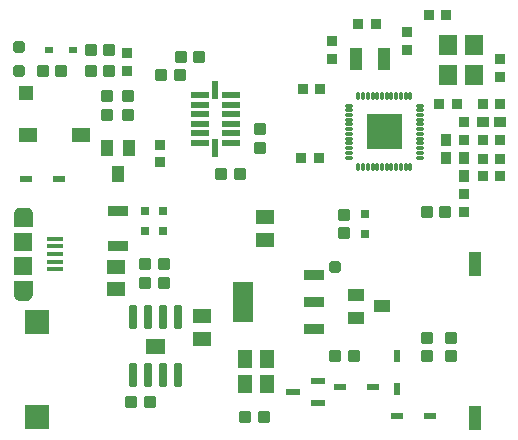
<source format=gbr>
G04*
G04 #@! TF.GenerationSoftware,Altium Limited,Altium Designer,24.8.2 (39)*
G04*
G04 Layer_Color=8421504*
%FSLAX44Y44*%
%MOMM*%
G71*
G04*
G04 #@! TF.SameCoordinates,090D7C54-D181-4F83-8BE1-2E2D76EF1379*
G04*
G04*
G04 #@! TF.FilePolarity,Positive*
G04*
G01*
G75*
G04:AMPARAMS|DCode=14|XSize=1.97mm|YSize=0.6mm|CornerRadius=0.075mm|HoleSize=0mm|Usage=FLASHONLY|Rotation=90.000|XOffset=0mm|YOffset=0mm|HoleType=Round|Shape=RoundedRectangle|*
%AMROUNDEDRECTD14*
21,1,1.9700,0.4500,0,0,90.0*
21,1,1.8200,0.6000,0,0,90.0*
1,1,0.1500,0.2250,0.9100*
1,1,0.1500,0.2250,-0.9100*
1,1,0.1500,-0.2250,-0.9100*
1,1,0.1500,-0.2250,0.9100*
%
%ADD14ROUNDEDRECTD14*%
%ADD15O,0.8000X0.3000*%
%ADD16O,0.3000X0.8000*%
%ADD17R,0.9700X0.9400*%
%ADD18R,0.9700X1.0000*%
%ADD19R,0.9400X0.9700*%
G04:AMPARAMS|DCode=20|XSize=0.94mm|YSize=1.02mm|CornerRadius=0.094mm|HoleSize=0mm|Usage=FLASHONLY|Rotation=270.000|XOffset=0mm|YOffset=0mm|HoleType=Round|Shape=RoundedRectangle|*
%AMROUNDEDRECTD20*
21,1,0.9400,0.8320,0,0,270.0*
21,1,0.7520,1.0200,0,0,270.0*
1,1,0.1880,-0.4160,-0.3760*
1,1,0.1880,-0.4160,0.3760*
1,1,0.1880,0.4160,0.3760*
1,1,0.1880,0.4160,-0.3760*
%
%ADD20ROUNDEDRECTD20*%
%ADD21R,0.8000X0.8000*%
G04:AMPARAMS|DCode=22|XSize=0.94mm|YSize=1.02mm|CornerRadius=0.094mm|HoleSize=0mm|Usage=FLASHONLY|Rotation=0.000|XOffset=0mm|YOffset=0mm|HoleType=Round|Shape=RoundedRectangle|*
%AMROUNDEDRECTD22*
21,1,0.9400,0.8320,0,0,0.0*
21,1,0.7520,1.0200,0,0,0.0*
1,1,0.1880,0.3760,-0.4160*
1,1,0.1880,-0.3760,-0.4160*
1,1,0.1880,-0.3760,0.4160*
1,1,0.1880,0.3760,0.4160*
%
%ADD22ROUNDEDRECTD22*%
%ADD23R,1.5000X1.3000*%
%ADD24R,1.3000X1.3000*%
%ADD25R,1.0500X0.6000*%
%ADD26R,1.5000X1.3000*%
%ADD27R,1.5500X1.5000*%
%ADD28R,1.3500X0.4000*%
%ADD29R,0.6000X1.0500*%
%ADD30R,1.0000X2.0000*%
%ADD31R,1.4000X1.0000*%
%ADD32R,1.2300X0.6000*%
%ADD33R,1.3000X1.5000*%
%ADD34R,0.6100X1.5000*%
%ADD35R,1.5000X0.6100*%
%ADD36R,1.5000X1.7000*%
%ADD37R,1.0922X1.9050*%
%ADD38R,0.7000X0.5000*%
%ADD39R,1.0000X1.4000*%
%ADD40R,1.8100X3.4808*%
%ADD41R,1.8100X0.8900*%
G04:AMPARAMS|DCode=42|XSize=1mm|YSize=1mm|CornerRadius=0.25mm|HoleSize=0mm|Usage=FLASHONLY|Rotation=0.000|XOffset=0mm|YOffset=0mm|HoleType=Round|Shape=RoundedRectangle|*
%AMROUNDEDRECTD42*
21,1,1.0000,0.5000,0,0,0.0*
21,1,0.5000,1.0000,0,0,0.0*
1,1,0.5000,0.2500,-0.2500*
1,1,0.5000,-0.2500,-0.2500*
1,1,0.5000,-0.2500,0.2500*
1,1,0.5000,0.2500,0.2500*
%
%ADD42ROUNDEDRECTD42*%
%ADD43R,2.0000X2.0000*%
%ADD44R,1.0000X0.9700*%
%ADD45R,1.7300X0.9700*%
G36*
X17900Y137850D02*
X17880Y137590D01*
X17850Y137330D01*
X17800Y137070D01*
X17740Y136820D01*
X17670Y136560D01*
X17580Y136320D01*
X17480Y136080D01*
X17370Y135840D01*
X17240Y135610D01*
X17100Y135390D01*
X16960Y135170D01*
X16800Y134960D01*
X16630Y134760D01*
X16450Y134570D01*
X16260Y134390D01*
X16060Y134220D01*
X15850Y134060D01*
X15630Y133920D01*
X15410Y133780D01*
X15180Y133650D01*
X14940Y133540D01*
X14700Y133440D01*
X14460Y133350D01*
X14200Y133280D01*
X13950Y133220D01*
X13690Y133170D01*
X13430Y133140D01*
X13170Y133120D01*
X12910Y133110D01*
X7410D01*
X7150Y133120D01*
X6890Y133140D01*
X6630Y133170D01*
X6370Y133220D01*
X6120Y133280D01*
X5860Y133350D01*
X5620Y133440D01*
X5380Y133540D01*
X5140Y133650D01*
X4910Y133780D01*
X4690Y133920D01*
X4470Y134060D01*
X4260Y134220D01*
X4060Y134390D01*
X3870Y134570D01*
X3690Y134760D01*
X3520Y134960D01*
X3360Y135170D01*
X3220Y135390D01*
X3080Y135610D01*
X2950Y135840D01*
X2840Y136080D01*
X2740Y136320D01*
X2650Y136560D01*
X2580Y136820D01*
X2520Y137070D01*
X2470Y137330D01*
X2440Y137590D01*
X2420Y137850D01*
X2410Y138110D01*
Y149560D01*
X17910D01*
Y138110D01*
X17900Y137850D01*
D02*
G37*
G36*
X2410Y195560D02*
Y207010D01*
X2420Y207270D01*
X2440Y207530D01*
X2470Y207790D01*
X2520Y208050D01*
X2580Y208300D01*
X2650Y208560D01*
X2740Y208800D01*
X2840Y209040D01*
X2950Y209280D01*
X3080Y209510D01*
X3220Y209730D01*
X3360Y209950D01*
X3520Y210160D01*
X3690Y210360D01*
X3870Y210550D01*
X4060Y210730D01*
X4260Y210900D01*
X4470Y211060D01*
X4690Y211200D01*
X4910Y211340D01*
X5140Y211470D01*
X5380Y211580D01*
X5620Y211680D01*
X5860Y211770D01*
X6120Y211840D01*
X6370Y211900D01*
X6630Y211950D01*
X6890Y211980D01*
X7150Y212000D01*
X7410Y212010D01*
X12910D01*
X13170Y212000D01*
X13430Y211980D01*
X13690Y211950D01*
X13950Y211900D01*
X14200Y211840D01*
X14460Y211770D01*
X14700Y211680D01*
X14940Y211580D01*
X15180Y211470D01*
X15410Y211340D01*
X15630Y211200D01*
X15850Y211060D01*
X16060Y210900D01*
X16260Y210730D01*
X16450Y210550D01*
X16630Y210360D01*
X16800Y210160D01*
X16960Y209950D01*
X17100Y209730D01*
X17240Y209510D01*
X17370Y209280D01*
X17480Y209040D01*
X17580Y208800D01*
X17670Y208560D01*
X17740Y208300D01*
X17800Y208050D01*
X17850Y207790D01*
X17880Y207530D01*
X17900Y207270D01*
X17910Y207010D01*
Y195560D01*
X2410D01*
D02*
G37*
G36*
X130120Y101050D02*
Y88150D01*
X113720D01*
Y101050D01*
X130120D01*
D02*
G37*
G36*
X330250Y261796D02*
X301226D01*
Y290820D01*
X330250D01*
Y261796D01*
D02*
G37*
D14*
X102870Y119350D02*
D03*
X115570D02*
D03*
X128270D02*
D03*
X140970D02*
D03*
Y69850D02*
D03*
X128270D02*
D03*
X115570D02*
D03*
X102870D02*
D03*
D15*
X285750Y298320D02*
D03*
Y294320D02*
D03*
Y290320D02*
D03*
Y286320D02*
D03*
Y282320D02*
D03*
Y278320D02*
D03*
Y274320D02*
D03*
Y270320D02*
D03*
Y266320D02*
D03*
Y262320D02*
D03*
Y258320D02*
D03*
Y254320D02*
D03*
X345750D02*
D03*
Y258320D02*
D03*
Y262320D02*
D03*
Y266320D02*
D03*
Y270320D02*
D03*
Y274320D02*
D03*
Y278320D02*
D03*
Y282320D02*
D03*
Y286320D02*
D03*
Y290320D02*
D03*
Y294320D02*
D03*
Y298320D02*
D03*
D16*
X293750Y246320D02*
D03*
X297750D02*
D03*
X301750D02*
D03*
X305750D02*
D03*
X309750D02*
D03*
X313750D02*
D03*
X317750D02*
D03*
X321750D02*
D03*
X325750D02*
D03*
X329750D02*
D03*
X333750D02*
D03*
X337750D02*
D03*
Y306320D02*
D03*
X333750D02*
D03*
X329750D02*
D03*
X325750D02*
D03*
X321750D02*
D03*
X317750D02*
D03*
X313750D02*
D03*
X309750D02*
D03*
X305750D02*
D03*
X301750D02*
D03*
X297750D02*
D03*
X293750D02*
D03*
D17*
X398900Y252730D02*
D03*
X413900D02*
D03*
X308490Y367030D02*
D03*
X293490D02*
D03*
X398900Y238760D02*
D03*
X413900D02*
D03*
X245230Y254000D02*
D03*
X260230D02*
D03*
X246500Y312420D02*
D03*
X261500D02*
D03*
X353180Y374650D02*
D03*
X368180D02*
D03*
X362070Y299720D02*
D03*
X377070D02*
D03*
X398900D02*
D03*
X413900D02*
D03*
Y269240D02*
D03*
X398900D02*
D03*
D18*
X368300Y268970D02*
D03*
Y254270D02*
D03*
X383540Y253730D02*
D03*
Y239030D02*
D03*
D19*
Y223400D02*
D03*
Y208400D02*
D03*
X125730Y265310D02*
D03*
Y250310D02*
D03*
X97790Y342780D02*
D03*
Y327780D02*
D03*
X335280Y345560D02*
D03*
Y360560D02*
D03*
X383540Y269360D02*
D03*
Y284360D02*
D03*
X414020Y322700D02*
D03*
Y337700D02*
D03*
X271780Y337940D02*
D03*
Y352940D02*
D03*
D20*
X281940Y206020D02*
D03*
Y190220D02*
D03*
X210820Y262610D02*
D03*
Y278410D02*
D03*
X81280Y306350D02*
D03*
Y290550D02*
D03*
X99060Y306350D02*
D03*
Y290550D02*
D03*
X372110Y86080D02*
D03*
Y101880D02*
D03*
X351790Y86080D02*
D03*
Y101880D02*
D03*
X129540Y164110D02*
D03*
Y148310D02*
D03*
X113030Y164110D02*
D03*
Y148310D02*
D03*
D21*
X299720Y189870D02*
D03*
Y206370D02*
D03*
X128270Y192410D02*
D03*
Y208910D02*
D03*
X113030D02*
D03*
Y192410D02*
D03*
D22*
X193320Y240030D02*
D03*
X177520D02*
D03*
X126720Y323850D02*
D03*
X142520D02*
D03*
X143230Y339090D02*
D03*
X159030D02*
D03*
X67030Y345440D02*
D03*
X82830D02*
D03*
X67030Y327660D02*
D03*
X82830D02*
D03*
X42190D02*
D03*
X26390D02*
D03*
X213640Y34290D02*
D03*
X197840D02*
D03*
X274040Y86360D02*
D03*
X289840D02*
D03*
X351510Y208280D02*
D03*
X367310D02*
D03*
X117120Y46990D02*
D03*
X101320D02*
D03*
D23*
X58700Y273610D02*
D03*
X13700D02*
D03*
D24*
X12700Y308610D02*
D03*
D25*
X12670Y236220D02*
D03*
X40670D02*
D03*
X278100Y59690D02*
D03*
X306100D02*
D03*
X326360Y35560D02*
D03*
X354360D02*
D03*
D26*
X214630Y203810D02*
D03*
Y184810D02*
D03*
X161290Y100990D02*
D03*
Y119990D02*
D03*
X88900Y161900D02*
D03*
Y142900D02*
D03*
D27*
X10160Y162560D02*
D03*
Y182560D02*
D03*
D28*
X36910Y159560D02*
D03*
Y166060D02*
D03*
Y172560D02*
D03*
Y179060D02*
D03*
Y185560D02*
D03*
D29*
X326390Y58390D02*
D03*
Y86390D02*
D03*
D30*
X392430Y34060D02*
D03*
Y164060D02*
D03*
D31*
X291690Y137770D02*
D03*
Y118770D02*
D03*
X313690Y128270D02*
D03*
D32*
X259520Y46380D02*
D03*
Y65380D02*
D03*
X238320Y55880D02*
D03*
D33*
X216510Y62230D02*
D03*
X197510D02*
D03*
X216510Y83820D02*
D03*
X197510D02*
D03*
D34*
X172720Y311520D02*
D03*
Y262520D02*
D03*
D35*
X159720Y307020D02*
D03*
Y299020D02*
D03*
Y291020D02*
D03*
Y283020D02*
D03*
Y275020D02*
D03*
Y267020D02*
D03*
X185720Y307020D02*
D03*
Y299020D02*
D03*
Y291020D02*
D03*
Y283020D02*
D03*
Y275020D02*
D03*
Y267020D02*
D03*
D36*
X392000Y323850D02*
D03*
Y349250D02*
D03*
X370000D02*
D03*
Y323850D02*
D03*
D37*
X315722Y337820D02*
D03*
X291338D02*
D03*
D38*
X51910Y345440D02*
D03*
X31910D02*
D03*
D39*
X99670Y262460D02*
D03*
X80670D02*
D03*
X90170Y240460D02*
D03*
D40*
X195960Y132080D02*
D03*
D41*
X256160Y155080D02*
D03*
Y132080D02*
D03*
Y109080D02*
D03*
D42*
X274320Y161290D02*
D03*
X6350Y347980D02*
D03*
Y327660D02*
D03*
D43*
X21590Y34930D02*
D03*
Y114930D02*
D03*
D44*
X413750Y284480D02*
D03*
X399050D02*
D03*
D45*
X90170Y179510D02*
D03*
Y209110D02*
D03*
M02*

</source>
